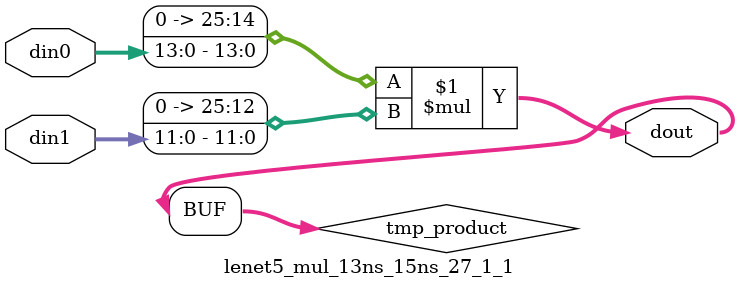
<source format=v>

`timescale 1 ns / 1 ps

 module lenet5_mul_13ns_15ns_27_1_1(din0, din1, dout);
parameter ID = 1;
parameter NUM_STAGE = 0;
parameter din0_WIDTH = 14;
parameter din1_WIDTH = 12;
parameter dout_WIDTH = 26;

input [din0_WIDTH - 1 : 0] din0; 
input [din1_WIDTH - 1 : 0] din1; 
output [dout_WIDTH - 1 : 0] dout;

wire signed [dout_WIDTH - 1 : 0] tmp_product;
























assign tmp_product = $signed({1'b0, din0}) * $signed({1'b0, din1});











assign dout = tmp_product;





















endmodule

</source>
